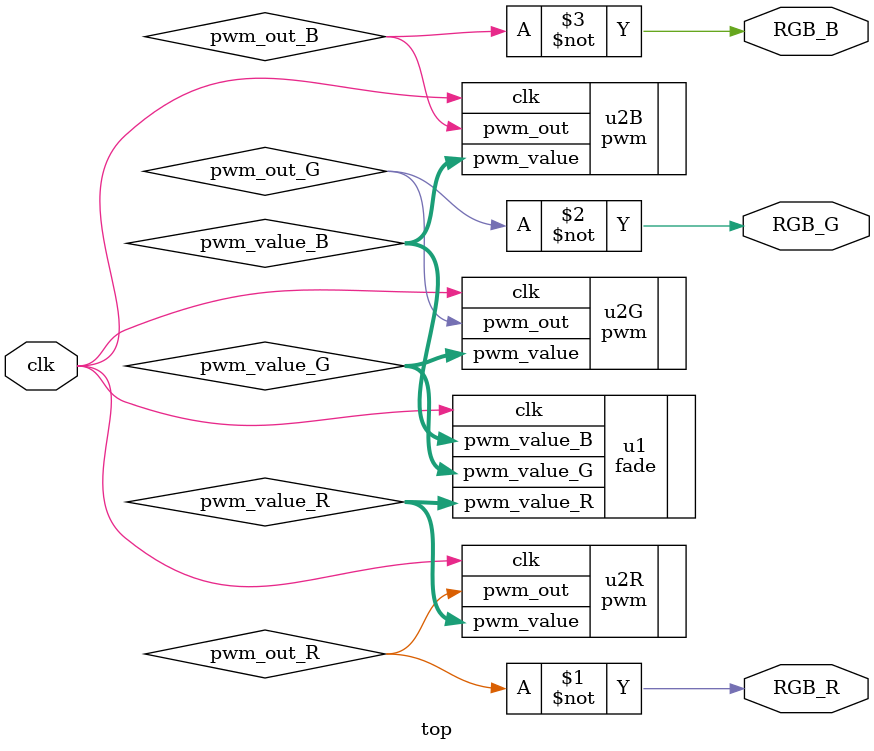
<source format=sv>
`include "RGB_fade.sv"
`include "RGB_pwm.sv"


module top #(
    parameter PWM_INTERVAL = 1200       // CLK frequency is 12MHz, so 1,200 cycles is 100us
)(
    input logic     clk, 
    output logic    RGB_R,
    output logic    RGB_G,
    output logic    RGB_B
);

    logic [$clog2(PWM_INTERVAL) - 1:0] pwm_value_R, pwm_value_G, pwm_value_B;
    logic pwm_out_R, pwm_out_G, pwm_out_B;

    fade #(
        .PWM_INTERVAL   (PWM_INTERVAL)
    ) u1 (
        .clk            (clk), 
        .pwm_value_R      (pwm_value_R),
        .pwm_value_G      (pwm_value_G),
        .pwm_value_B      (pwm_value_B)
    );

    pwm #(
        .PWM_INTERVAL   (PWM_INTERVAL)
    ) u2R (
        .clk            (clk), 
        .pwm_value      (pwm_value_R), 
        .pwm_out        (pwm_out_R)
    );

    pwm #(
        .PWM_INTERVAL   (PWM_INTERVAL)
    ) u2B (
        .clk            (clk), 
        .pwm_value      (pwm_value_B), 
        .pwm_out        (pwm_out_B)
    );

    pwm #(
        .PWM_INTERVAL   (PWM_INTERVAL)
    ) u2G (
        .clk            (clk), 
        .pwm_value      (pwm_value_G), 
        .pwm_out        (pwm_out_G)
    );


    assign RGB_R = ~pwm_out_R;
    assign RGB_G = ~pwm_out_G;
    assign RGB_B = ~pwm_out_B;

endmodule
</source>
